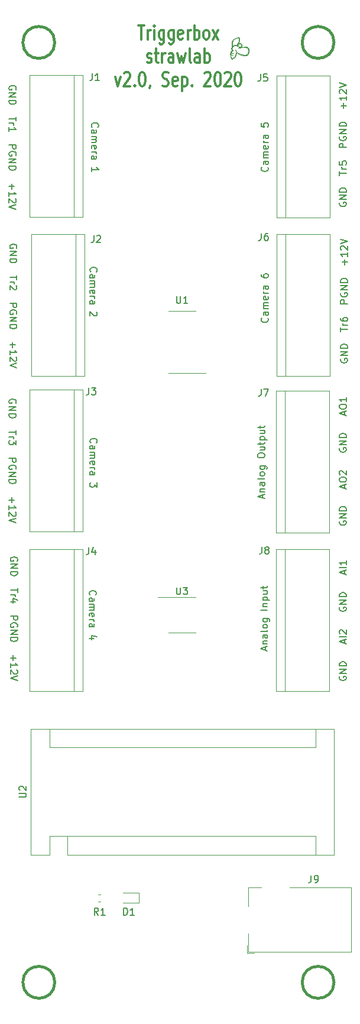
<source format=gto>
G04 #@! TF.GenerationSoftware,KiCad,Pcbnew,(5.1.4)-1*
G04 #@! TF.CreationDate,2020-09-21T14:40:53+02:00*
G04 #@! TF.ProjectId,triggerbox,74726967-6765-4726-926f-782e6b696361,rev?*
G04 #@! TF.SameCoordinates,Original*
G04 #@! TF.FileFunction,Legend,Top*
G04 #@! TF.FilePolarity,Positive*
%FSLAX46Y46*%
G04 Gerber Fmt 4.6, Leading zero omitted, Abs format (unit mm)*
G04 Created by KiCad (PCBNEW (5.1.4)-1) date 2020-09-21 14:40:53*
%MOMM*%
%LPD*%
G04 APERTURE LIST*
%ADD10C,0.150000*%
%ADD11C,0.304800*%
%ADD12C,0.120000*%
%ADD13C,0.381000*%
G04 APERTURE END LIST*
D10*
X59342857Y-108542857D02*
X59295238Y-108495238D01*
X59247619Y-108352380D01*
X59247619Y-108257142D01*
X59295238Y-108114285D01*
X59390476Y-108019047D01*
X59485714Y-107971428D01*
X59676190Y-107923809D01*
X59819047Y-107923809D01*
X60009523Y-107971428D01*
X60104761Y-108019047D01*
X60200000Y-108114285D01*
X60247619Y-108257142D01*
X60247619Y-108352380D01*
X60200000Y-108495238D01*
X60152380Y-108542857D01*
X59247619Y-109400000D02*
X59771428Y-109400000D01*
X59866666Y-109352380D01*
X59914285Y-109257142D01*
X59914285Y-109066666D01*
X59866666Y-108971428D01*
X59295238Y-109400000D02*
X59247619Y-109304761D01*
X59247619Y-109066666D01*
X59295238Y-108971428D01*
X59390476Y-108923809D01*
X59485714Y-108923809D01*
X59580952Y-108971428D01*
X59628571Y-109066666D01*
X59628571Y-109304761D01*
X59676190Y-109400000D01*
X59247619Y-109876190D02*
X59914285Y-109876190D01*
X59819047Y-109876190D02*
X59866666Y-109923809D01*
X59914285Y-110019047D01*
X59914285Y-110161904D01*
X59866666Y-110257142D01*
X59771428Y-110304761D01*
X59247619Y-110304761D01*
X59771428Y-110304761D02*
X59866666Y-110352380D01*
X59914285Y-110447619D01*
X59914285Y-110590476D01*
X59866666Y-110685714D01*
X59771428Y-110733333D01*
X59247619Y-110733333D01*
X59295238Y-111590476D02*
X59247619Y-111495238D01*
X59247619Y-111304761D01*
X59295238Y-111209523D01*
X59390476Y-111161904D01*
X59771428Y-111161904D01*
X59866666Y-111209523D01*
X59914285Y-111304761D01*
X59914285Y-111495238D01*
X59866666Y-111590476D01*
X59771428Y-111638095D01*
X59676190Y-111638095D01*
X59580952Y-111161904D01*
X59247619Y-112066666D02*
X59914285Y-112066666D01*
X59723809Y-112066666D02*
X59819047Y-112114285D01*
X59866666Y-112161904D01*
X59914285Y-112257142D01*
X59914285Y-112352380D01*
X59247619Y-113114285D02*
X59771428Y-113114285D01*
X59866666Y-113066666D01*
X59914285Y-112971428D01*
X59914285Y-112780952D01*
X59866666Y-112685714D01*
X59295238Y-113114285D02*
X59247619Y-113019047D01*
X59247619Y-112780952D01*
X59295238Y-112685714D01*
X59390476Y-112638095D01*
X59485714Y-112638095D01*
X59580952Y-112685714D01*
X59628571Y-112780952D01*
X59628571Y-113019047D01*
X59676190Y-113114285D01*
X59914285Y-114780952D02*
X59247619Y-114780952D01*
X60295238Y-114542857D02*
X59580952Y-114304761D01*
X59580952Y-114923809D01*
X59442857Y-86742857D02*
X59395238Y-86695238D01*
X59347619Y-86552380D01*
X59347619Y-86457142D01*
X59395238Y-86314285D01*
X59490476Y-86219047D01*
X59585714Y-86171428D01*
X59776190Y-86123809D01*
X59919047Y-86123809D01*
X60109523Y-86171428D01*
X60204761Y-86219047D01*
X60300000Y-86314285D01*
X60347619Y-86457142D01*
X60347619Y-86552380D01*
X60300000Y-86695238D01*
X60252380Y-86742857D01*
X59347619Y-87600000D02*
X59871428Y-87600000D01*
X59966666Y-87552380D01*
X60014285Y-87457142D01*
X60014285Y-87266666D01*
X59966666Y-87171428D01*
X59395238Y-87600000D02*
X59347619Y-87504761D01*
X59347619Y-87266666D01*
X59395238Y-87171428D01*
X59490476Y-87123809D01*
X59585714Y-87123809D01*
X59680952Y-87171428D01*
X59728571Y-87266666D01*
X59728571Y-87504761D01*
X59776190Y-87600000D01*
X59347619Y-88076190D02*
X60014285Y-88076190D01*
X59919047Y-88076190D02*
X59966666Y-88123809D01*
X60014285Y-88219047D01*
X60014285Y-88361904D01*
X59966666Y-88457142D01*
X59871428Y-88504761D01*
X59347619Y-88504761D01*
X59871428Y-88504761D02*
X59966666Y-88552380D01*
X60014285Y-88647619D01*
X60014285Y-88790476D01*
X59966666Y-88885714D01*
X59871428Y-88933333D01*
X59347619Y-88933333D01*
X59395238Y-89790476D02*
X59347619Y-89695238D01*
X59347619Y-89504761D01*
X59395238Y-89409523D01*
X59490476Y-89361904D01*
X59871428Y-89361904D01*
X59966666Y-89409523D01*
X60014285Y-89504761D01*
X60014285Y-89695238D01*
X59966666Y-89790476D01*
X59871428Y-89838095D01*
X59776190Y-89838095D01*
X59680952Y-89361904D01*
X59347619Y-90266666D02*
X60014285Y-90266666D01*
X59823809Y-90266666D02*
X59919047Y-90314285D01*
X59966666Y-90361904D01*
X60014285Y-90457142D01*
X60014285Y-90552380D01*
X59347619Y-91314285D02*
X59871428Y-91314285D01*
X59966666Y-91266666D01*
X60014285Y-91171428D01*
X60014285Y-90980952D01*
X59966666Y-90885714D01*
X59395238Y-91314285D02*
X59347619Y-91219047D01*
X59347619Y-90980952D01*
X59395238Y-90885714D01*
X59490476Y-90838095D01*
X59585714Y-90838095D01*
X59680952Y-90885714D01*
X59728571Y-90980952D01*
X59728571Y-91219047D01*
X59776190Y-91314285D01*
X60347619Y-92457142D02*
X60347619Y-93076190D01*
X59966666Y-92742857D01*
X59966666Y-92885714D01*
X59919047Y-92980952D01*
X59871428Y-93028571D01*
X59776190Y-93076190D01*
X59538095Y-93076190D01*
X59442857Y-93028571D01*
X59395238Y-92980952D01*
X59347619Y-92885714D01*
X59347619Y-92600000D01*
X59395238Y-92504761D01*
X59442857Y-92457142D01*
X59442857Y-62242857D02*
X59395238Y-62195238D01*
X59347619Y-62052380D01*
X59347619Y-61957142D01*
X59395238Y-61814285D01*
X59490476Y-61719047D01*
X59585714Y-61671428D01*
X59776190Y-61623809D01*
X59919047Y-61623809D01*
X60109523Y-61671428D01*
X60204761Y-61719047D01*
X60300000Y-61814285D01*
X60347619Y-61957142D01*
X60347619Y-62052380D01*
X60300000Y-62195238D01*
X60252380Y-62242857D01*
X59347619Y-63100000D02*
X59871428Y-63100000D01*
X59966666Y-63052380D01*
X60014285Y-62957142D01*
X60014285Y-62766666D01*
X59966666Y-62671428D01*
X59395238Y-63100000D02*
X59347619Y-63004761D01*
X59347619Y-62766666D01*
X59395238Y-62671428D01*
X59490476Y-62623809D01*
X59585714Y-62623809D01*
X59680952Y-62671428D01*
X59728571Y-62766666D01*
X59728571Y-63004761D01*
X59776190Y-63100000D01*
X59347619Y-63576190D02*
X60014285Y-63576190D01*
X59919047Y-63576190D02*
X59966666Y-63623809D01*
X60014285Y-63719047D01*
X60014285Y-63861904D01*
X59966666Y-63957142D01*
X59871428Y-64004761D01*
X59347619Y-64004761D01*
X59871428Y-64004761D02*
X59966666Y-64052380D01*
X60014285Y-64147619D01*
X60014285Y-64290476D01*
X59966666Y-64385714D01*
X59871428Y-64433333D01*
X59347619Y-64433333D01*
X59395238Y-65290476D02*
X59347619Y-65195238D01*
X59347619Y-65004761D01*
X59395238Y-64909523D01*
X59490476Y-64861904D01*
X59871428Y-64861904D01*
X59966666Y-64909523D01*
X60014285Y-65004761D01*
X60014285Y-65195238D01*
X59966666Y-65290476D01*
X59871428Y-65338095D01*
X59776190Y-65338095D01*
X59680952Y-64861904D01*
X59347619Y-65766666D02*
X60014285Y-65766666D01*
X59823809Y-65766666D02*
X59919047Y-65814285D01*
X59966666Y-65861904D01*
X60014285Y-65957142D01*
X60014285Y-66052380D01*
X59347619Y-66814285D02*
X59871428Y-66814285D01*
X59966666Y-66766666D01*
X60014285Y-66671428D01*
X60014285Y-66480952D01*
X59966666Y-66385714D01*
X59395238Y-66814285D02*
X59347619Y-66719047D01*
X59347619Y-66480952D01*
X59395238Y-66385714D01*
X59490476Y-66338095D01*
X59585714Y-66338095D01*
X59680952Y-66385714D01*
X59728571Y-66480952D01*
X59728571Y-66719047D01*
X59776190Y-66814285D01*
X60252380Y-68004761D02*
X60300000Y-68052380D01*
X60347619Y-68147619D01*
X60347619Y-68385714D01*
X60300000Y-68480952D01*
X60252380Y-68528571D01*
X60157142Y-68576190D01*
X60061904Y-68576190D01*
X59919047Y-68528571D01*
X59347619Y-67957142D01*
X59347619Y-68576190D01*
X48900000Y-103661904D02*
X48947619Y-103566666D01*
X48947619Y-103423809D01*
X48900000Y-103280952D01*
X48804761Y-103185714D01*
X48709523Y-103138095D01*
X48519047Y-103090476D01*
X48376190Y-103090476D01*
X48185714Y-103138095D01*
X48090476Y-103185714D01*
X47995238Y-103280952D01*
X47947619Y-103423809D01*
X47947619Y-103519047D01*
X47995238Y-103661904D01*
X48042857Y-103709523D01*
X48376190Y-103709523D01*
X48376190Y-103519047D01*
X47947619Y-104138095D02*
X48947619Y-104138095D01*
X47947619Y-104709523D01*
X48947619Y-104709523D01*
X47947619Y-105185714D02*
X48947619Y-105185714D01*
X48947619Y-105423809D01*
X48900000Y-105566666D01*
X48804761Y-105661904D01*
X48709523Y-105709523D01*
X48519047Y-105757142D01*
X48376190Y-105757142D01*
X48185714Y-105709523D01*
X48090476Y-105661904D01*
X47995238Y-105566666D01*
X47947619Y-105423809D01*
X47947619Y-105185714D01*
X48947619Y-107566666D02*
X48947619Y-108138095D01*
X47947619Y-107852380D02*
X48947619Y-107852380D01*
X47947619Y-108471428D02*
X48614285Y-108471428D01*
X48423809Y-108471428D02*
X48519047Y-108519047D01*
X48566666Y-108566666D01*
X48614285Y-108661904D01*
X48614285Y-108757142D01*
X48614285Y-109519047D02*
X47947619Y-109519047D01*
X48995238Y-109280952D02*
X48280952Y-109042857D01*
X48280952Y-109661904D01*
X47947619Y-111566666D02*
X48947619Y-111566666D01*
X48947619Y-111947619D01*
X48900000Y-112042857D01*
X48852380Y-112090476D01*
X48757142Y-112138095D01*
X48614285Y-112138095D01*
X48519047Y-112090476D01*
X48471428Y-112042857D01*
X48423809Y-111947619D01*
X48423809Y-111566666D01*
X48900000Y-113090476D02*
X48947619Y-112995238D01*
X48947619Y-112852380D01*
X48900000Y-112709523D01*
X48804761Y-112614285D01*
X48709523Y-112566666D01*
X48519047Y-112519047D01*
X48376190Y-112519047D01*
X48185714Y-112566666D01*
X48090476Y-112614285D01*
X47995238Y-112709523D01*
X47947619Y-112852380D01*
X47947619Y-112947619D01*
X47995238Y-113090476D01*
X48042857Y-113138095D01*
X48376190Y-113138095D01*
X48376190Y-112947619D01*
X47947619Y-113566666D02*
X48947619Y-113566666D01*
X47947619Y-114138095D01*
X48947619Y-114138095D01*
X47947619Y-114614285D02*
X48947619Y-114614285D01*
X48947619Y-114852380D01*
X48900000Y-114995238D01*
X48804761Y-115090476D01*
X48709523Y-115138095D01*
X48519047Y-115185714D01*
X48376190Y-115185714D01*
X48185714Y-115138095D01*
X48090476Y-115090476D01*
X47995238Y-114995238D01*
X47947619Y-114852380D01*
X47947619Y-114614285D01*
X48328571Y-117138095D02*
X48328571Y-117900000D01*
X47947619Y-117519047D02*
X48709523Y-117519047D01*
X47947619Y-118900000D02*
X47947619Y-118328571D01*
X47947619Y-118614285D02*
X48947619Y-118614285D01*
X48804761Y-118519047D01*
X48709523Y-118423809D01*
X48661904Y-118328571D01*
X48852380Y-119280952D02*
X48900000Y-119328571D01*
X48947619Y-119423809D01*
X48947619Y-119661904D01*
X48900000Y-119757142D01*
X48852380Y-119804761D01*
X48757142Y-119852380D01*
X48661904Y-119852380D01*
X48519047Y-119804761D01*
X47947619Y-119233333D01*
X47947619Y-119852380D01*
X48947619Y-120138095D02*
X47947619Y-120471428D01*
X48947619Y-120804761D01*
X48700000Y-81061904D02*
X48747619Y-80966666D01*
X48747619Y-80823809D01*
X48700000Y-80680952D01*
X48604761Y-80585714D01*
X48509523Y-80538095D01*
X48319047Y-80490476D01*
X48176190Y-80490476D01*
X47985714Y-80538095D01*
X47890476Y-80585714D01*
X47795238Y-80680952D01*
X47747619Y-80823809D01*
X47747619Y-80919047D01*
X47795238Y-81061904D01*
X47842857Y-81109523D01*
X48176190Y-81109523D01*
X48176190Y-80919047D01*
X47747619Y-81538095D02*
X48747619Y-81538095D01*
X47747619Y-82109523D01*
X48747619Y-82109523D01*
X47747619Y-82585714D02*
X48747619Y-82585714D01*
X48747619Y-82823809D01*
X48700000Y-82966666D01*
X48604761Y-83061904D01*
X48509523Y-83109523D01*
X48319047Y-83157142D01*
X48176190Y-83157142D01*
X47985714Y-83109523D01*
X47890476Y-83061904D01*
X47795238Y-82966666D01*
X47747619Y-82823809D01*
X47747619Y-82585714D01*
X48747619Y-84966666D02*
X48747619Y-85538095D01*
X47747619Y-85252380D02*
X48747619Y-85252380D01*
X47747619Y-85871428D02*
X48414285Y-85871428D01*
X48223809Y-85871428D02*
X48319047Y-85919047D01*
X48366666Y-85966666D01*
X48414285Y-86061904D01*
X48414285Y-86157142D01*
X48747619Y-86395238D02*
X48747619Y-87014285D01*
X48366666Y-86680952D01*
X48366666Y-86823809D01*
X48319047Y-86919047D01*
X48271428Y-86966666D01*
X48176190Y-87014285D01*
X47938095Y-87014285D01*
X47842857Y-86966666D01*
X47795238Y-86919047D01*
X47747619Y-86823809D01*
X47747619Y-86538095D01*
X47795238Y-86442857D01*
X47842857Y-86395238D01*
X47747619Y-88966666D02*
X48747619Y-88966666D01*
X48747619Y-89347619D01*
X48700000Y-89442857D01*
X48652380Y-89490476D01*
X48557142Y-89538095D01*
X48414285Y-89538095D01*
X48319047Y-89490476D01*
X48271428Y-89442857D01*
X48223809Y-89347619D01*
X48223809Y-88966666D01*
X48700000Y-90490476D02*
X48747619Y-90395238D01*
X48747619Y-90252380D01*
X48700000Y-90109523D01*
X48604761Y-90014285D01*
X48509523Y-89966666D01*
X48319047Y-89919047D01*
X48176190Y-89919047D01*
X47985714Y-89966666D01*
X47890476Y-90014285D01*
X47795238Y-90109523D01*
X47747619Y-90252380D01*
X47747619Y-90347619D01*
X47795238Y-90490476D01*
X47842857Y-90538095D01*
X48176190Y-90538095D01*
X48176190Y-90347619D01*
X47747619Y-90966666D02*
X48747619Y-90966666D01*
X47747619Y-91538095D01*
X48747619Y-91538095D01*
X47747619Y-92014285D02*
X48747619Y-92014285D01*
X48747619Y-92252380D01*
X48700000Y-92395238D01*
X48604761Y-92490476D01*
X48509523Y-92538095D01*
X48319047Y-92585714D01*
X48176190Y-92585714D01*
X47985714Y-92538095D01*
X47890476Y-92490476D01*
X47795238Y-92395238D01*
X47747619Y-92252380D01*
X47747619Y-92014285D01*
X48128571Y-94538095D02*
X48128571Y-95300000D01*
X47747619Y-94919047D02*
X48509523Y-94919047D01*
X47747619Y-96300000D02*
X47747619Y-95728571D01*
X47747619Y-96014285D02*
X48747619Y-96014285D01*
X48604761Y-95919047D01*
X48509523Y-95823809D01*
X48461904Y-95728571D01*
X48652380Y-96680952D02*
X48700000Y-96728571D01*
X48747619Y-96823809D01*
X48747619Y-97061904D01*
X48700000Y-97157142D01*
X48652380Y-97204761D01*
X48557142Y-97252380D01*
X48461904Y-97252380D01*
X48319047Y-97204761D01*
X47747619Y-96633333D01*
X47747619Y-97252380D01*
X48747619Y-97538095D02*
X47747619Y-97871428D01*
X48747619Y-98204761D01*
X48800000Y-58861904D02*
X48847619Y-58766666D01*
X48847619Y-58623809D01*
X48800000Y-58480952D01*
X48704761Y-58385714D01*
X48609523Y-58338095D01*
X48419047Y-58290476D01*
X48276190Y-58290476D01*
X48085714Y-58338095D01*
X47990476Y-58385714D01*
X47895238Y-58480952D01*
X47847619Y-58623809D01*
X47847619Y-58719047D01*
X47895238Y-58861904D01*
X47942857Y-58909523D01*
X48276190Y-58909523D01*
X48276190Y-58719047D01*
X47847619Y-59338095D02*
X48847619Y-59338095D01*
X47847619Y-59909523D01*
X48847619Y-59909523D01*
X47847619Y-60385714D02*
X48847619Y-60385714D01*
X48847619Y-60623809D01*
X48800000Y-60766666D01*
X48704761Y-60861904D01*
X48609523Y-60909523D01*
X48419047Y-60957142D01*
X48276190Y-60957142D01*
X48085714Y-60909523D01*
X47990476Y-60861904D01*
X47895238Y-60766666D01*
X47847619Y-60623809D01*
X47847619Y-60385714D01*
X48847619Y-62766666D02*
X48847619Y-63338095D01*
X47847619Y-63052380D02*
X48847619Y-63052380D01*
X47847619Y-63671428D02*
X48514285Y-63671428D01*
X48323809Y-63671428D02*
X48419047Y-63719047D01*
X48466666Y-63766666D01*
X48514285Y-63861904D01*
X48514285Y-63957142D01*
X48752380Y-64242857D02*
X48800000Y-64290476D01*
X48847619Y-64385714D01*
X48847619Y-64623809D01*
X48800000Y-64719047D01*
X48752380Y-64766666D01*
X48657142Y-64814285D01*
X48561904Y-64814285D01*
X48419047Y-64766666D01*
X47847619Y-64195238D01*
X47847619Y-64814285D01*
X47847619Y-66766666D02*
X48847619Y-66766666D01*
X48847619Y-67147619D01*
X48800000Y-67242857D01*
X48752380Y-67290476D01*
X48657142Y-67338095D01*
X48514285Y-67338095D01*
X48419047Y-67290476D01*
X48371428Y-67242857D01*
X48323809Y-67147619D01*
X48323809Y-66766666D01*
X48800000Y-68290476D02*
X48847619Y-68195238D01*
X48847619Y-68052380D01*
X48800000Y-67909523D01*
X48704761Y-67814285D01*
X48609523Y-67766666D01*
X48419047Y-67719047D01*
X48276190Y-67719047D01*
X48085714Y-67766666D01*
X47990476Y-67814285D01*
X47895238Y-67909523D01*
X47847619Y-68052380D01*
X47847619Y-68147619D01*
X47895238Y-68290476D01*
X47942857Y-68338095D01*
X48276190Y-68338095D01*
X48276190Y-68147619D01*
X47847619Y-68766666D02*
X48847619Y-68766666D01*
X47847619Y-69338095D01*
X48847619Y-69338095D01*
X47847619Y-69814285D02*
X48847619Y-69814285D01*
X48847619Y-70052380D01*
X48800000Y-70195238D01*
X48704761Y-70290476D01*
X48609523Y-70338095D01*
X48419047Y-70385714D01*
X48276190Y-70385714D01*
X48085714Y-70338095D01*
X47990476Y-70290476D01*
X47895238Y-70195238D01*
X47847619Y-70052380D01*
X47847619Y-69814285D01*
X48228571Y-72338095D02*
X48228571Y-73100000D01*
X47847619Y-72719047D02*
X48609523Y-72719047D01*
X47847619Y-74100000D02*
X47847619Y-73528571D01*
X47847619Y-73814285D02*
X48847619Y-73814285D01*
X48704761Y-73719047D01*
X48609523Y-73623809D01*
X48561904Y-73528571D01*
X48752380Y-74480952D02*
X48800000Y-74528571D01*
X48847619Y-74623809D01*
X48847619Y-74861904D01*
X48800000Y-74957142D01*
X48752380Y-75004761D01*
X48657142Y-75052380D01*
X48561904Y-75052380D01*
X48419047Y-75004761D01*
X47847619Y-74433333D01*
X47847619Y-75052380D01*
X48847619Y-75338095D02*
X47847619Y-75671428D01*
X48847619Y-76004761D01*
X84757142Y-68857142D02*
X84804761Y-68904761D01*
X84852380Y-69047619D01*
X84852380Y-69142857D01*
X84804761Y-69285714D01*
X84709523Y-69380952D01*
X84614285Y-69428571D01*
X84423809Y-69476190D01*
X84280952Y-69476190D01*
X84090476Y-69428571D01*
X83995238Y-69380952D01*
X83900000Y-69285714D01*
X83852380Y-69142857D01*
X83852380Y-69047619D01*
X83900000Y-68904761D01*
X83947619Y-68857142D01*
X84852380Y-68000000D02*
X84328571Y-68000000D01*
X84233333Y-68047619D01*
X84185714Y-68142857D01*
X84185714Y-68333333D01*
X84233333Y-68428571D01*
X84804761Y-68000000D02*
X84852380Y-68095238D01*
X84852380Y-68333333D01*
X84804761Y-68428571D01*
X84709523Y-68476190D01*
X84614285Y-68476190D01*
X84519047Y-68428571D01*
X84471428Y-68333333D01*
X84471428Y-68095238D01*
X84423809Y-68000000D01*
X84852380Y-67523809D02*
X84185714Y-67523809D01*
X84280952Y-67523809D02*
X84233333Y-67476190D01*
X84185714Y-67380952D01*
X84185714Y-67238095D01*
X84233333Y-67142857D01*
X84328571Y-67095238D01*
X84852380Y-67095238D01*
X84328571Y-67095238D02*
X84233333Y-67047619D01*
X84185714Y-66952380D01*
X84185714Y-66809523D01*
X84233333Y-66714285D01*
X84328571Y-66666666D01*
X84852380Y-66666666D01*
X84804761Y-65809523D02*
X84852380Y-65904761D01*
X84852380Y-66095238D01*
X84804761Y-66190476D01*
X84709523Y-66238095D01*
X84328571Y-66238095D01*
X84233333Y-66190476D01*
X84185714Y-66095238D01*
X84185714Y-65904761D01*
X84233333Y-65809523D01*
X84328571Y-65761904D01*
X84423809Y-65761904D01*
X84519047Y-66238095D01*
X84852380Y-65333333D02*
X84185714Y-65333333D01*
X84376190Y-65333333D02*
X84280952Y-65285714D01*
X84233333Y-65238095D01*
X84185714Y-65142857D01*
X84185714Y-65047619D01*
X84852380Y-64285714D02*
X84328571Y-64285714D01*
X84233333Y-64333333D01*
X84185714Y-64428571D01*
X84185714Y-64619047D01*
X84233333Y-64714285D01*
X84804761Y-64285714D02*
X84852380Y-64380952D01*
X84852380Y-64619047D01*
X84804761Y-64714285D01*
X84709523Y-64761904D01*
X84614285Y-64761904D01*
X84519047Y-64714285D01*
X84471428Y-64619047D01*
X84471428Y-64380952D01*
X84423809Y-64285714D01*
X83852380Y-62619047D02*
X83852380Y-62809523D01*
X83900000Y-62904761D01*
X83947619Y-62952380D01*
X84090476Y-63047619D01*
X84280952Y-63095238D01*
X84661904Y-63095238D01*
X84757142Y-63047619D01*
X84804761Y-63000000D01*
X84852380Y-62904761D01*
X84852380Y-62714285D01*
X84804761Y-62619047D01*
X84757142Y-62571428D01*
X84661904Y-62523809D01*
X84423809Y-62523809D01*
X84328571Y-62571428D01*
X84280952Y-62619047D01*
X84233333Y-62714285D01*
X84233333Y-62904761D01*
X84280952Y-63000000D01*
X84328571Y-63047619D01*
X84423809Y-63095238D01*
X95260000Y-74718095D02*
X95212380Y-74813333D01*
X95212380Y-74956190D01*
X95260000Y-75099047D01*
X95355238Y-75194285D01*
X95450476Y-75241904D01*
X95640952Y-75289523D01*
X95783809Y-75289523D01*
X95974285Y-75241904D01*
X96069523Y-75194285D01*
X96164761Y-75099047D01*
X96212380Y-74956190D01*
X96212380Y-74860952D01*
X96164761Y-74718095D01*
X96117142Y-74670476D01*
X95783809Y-74670476D01*
X95783809Y-74860952D01*
X96212380Y-74241904D02*
X95212380Y-74241904D01*
X96212380Y-73670476D01*
X95212380Y-73670476D01*
X96212380Y-73194285D02*
X95212380Y-73194285D01*
X95212380Y-72956190D01*
X95260000Y-72813333D01*
X95355238Y-72718095D01*
X95450476Y-72670476D01*
X95640952Y-72622857D01*
X95783809Y-72622857D01*
X95974285Y-72670476D01*
X96069523Y-72718095D01*
X96164761Y-72813333D01*
X96212380Y-72956190D01*
X96212380Y-73194285D01*
X95212380Y-70813333D02*
X95212380Y-70241904D01*
X96212380Y-70527619D02*
X95212380Y-70527619D01*
X96212380Y-69908571D02*
X95545714Y-69908571D01*
X95736190Y-69908571D02*
X95640952Y-69860952D01*
X95593333Y-69813333D01*
X95545714Y-69718095D01*
X95545714Y-69622857D01*
X95212380Y-68860952D02*
X95212380Y-69051428D01*
X95260000Y-69146666D01*
X95307619Y-69194285D01*
X95450476Y-69289523D01*
X95640952Y-69337142D01*
X96021904Y-69337142D01*
X96117142Y-69289523D01*
X96164761Y-69241904D01*
X96212380Y-69146666D01*
X96212380Y-68956190D01*
X96164761Y-68860952D01*
X96117142Y-68813333D01*
X96021904Y-68765714D01*
X95783809Y-68765714D01*
X95688571Y-68813333D01*
X95640952Y-68860952D01*
X95593333Y-68956190D01*
X95593333Y-69146666D01*
X95640952Y-69241904D01*
X95688571Y-69289523D01*
X95783809Y-69337142D01*
X96212380Y-66813333D02*
X95212380Y-66813333D01*
X95212380Y-66432380D01*
X95260000Y-66337142D01*
X95307619Y-66289523D01*
X95402857Y-66241904D01*
X95545714Y-66241904D01*
X95640952Y-66289523D01*
X95688571Y-66337142D01*
X95736190Y-66432380D01*
X95736190Y-66813333D01*
X95260000Y-65289523D02*
X95212380Y-65384761D01*
X95212380Y-65527619D01*
X95260000Y-65670476D01*
X95355238Y-65765714D01*
X95450476Y-65813333D01*
X95640952Y-65860952D01*
X95783809Y-65860952D01*
X95974285Y-65813333D01*
X96069523Y-65765714D01*
X96164761Y-65670476D01*
X96212380Y-65527619D01*
X96212380Y-65432380D01*
X96164761Y-65289523D01*
X96117142Y-65241904D01*
X95783809Y-65241904D01*
X95783809Y-65432380D01*
X96212380Y-64813333D02*
X95212380Y-64813333D01*
X96212380Y-64241904D01*
X95212380Y-64241904D01*
X96212380Y-63765714D02*
X95212380Y-63765714D01*
X95212380Y-63527619D01*
X95260000Y-63384761D01*
X95355238Y-63289523D01*
X95450476Y-63241904D01*
X95640952Y-63194285D01*
X95783809Y-63194285D01*
X95974285Y-63241904D01*
X96069523Y-63289523D01*
X96164761Y-63384761D01*
X96212380Y-63527619D01*
X96212380Y-63765714D01*
X95831428Y-61241904D02*
X95831428Y-60480000D01*
X96212380Y-60860952D02*
X95450476Y-60860952D01*
X96212380Y-59480000D02*
X96212380Y-60051428D01*
X96212380Y-59765714D02*
X95212380Y-59765714D01*
X95355238Y-59860952D01*
X95450476Y-59956190D01*
X95498095Y-60051428D01*
X95307619Y-59099047D02*
X95260000Y-59051428D01*
X95212380Y-58956190D01*
X95212380Y-58718095D01*
X95260000Y-58622857D01*
X95307619Y-58575238D01*
X95402857Y-58527619D01*
X95498095Y-58527619D01*
X95640952Y-58575238D01*
X96212380Y-59146666D01*
X96212380Y-58527619D01*
X95212380Y-58241904D02*
X96212380Y-57908571D01*
X95212380Y-57575238D01*
X84757142Y-47257142D02*
X84804761Y-47304761D01*
X84852380Y-47447619D01*
X84852380Y-47542857D01*
X84804761Y-47685714D01*
X84709523Y-47780952D01*
X84614285Y-47828571D01*
X84423809Y-47876190D01*
X84280952Y-47876190D01*
X84090476Y-47828571D01*
X83995238Y-47780952D01*
X83900000Y-47685714D01*
X83852380Y-47542857D01*
X83852380Y-47447619D01*
X83900000Y-47304761D01*
X83947619Y-47257142D01*
X84852380Y-46400000D02*
X84328571Y-46400000D01*
X84233333Y-46447619D01*
X84185714Y-46542857D01*
X84185714Y-46733333D01*
X84233333Y-46828571D01*
X84804761Y-46400000D02*
X84852380Y-46495238D01*
X84852380Y-46733333D01*
X84804761Y-46828571D01*
X84709523Y-46876190D01*
X84614285Y-46876190D01*
X84519047Y-46828571D01*
X84471428Y-46733333D01*
X84471428Y-46495238D01*
X84423809Y-46400000D01*
X84852380Y-45923809D02*
X84185714Y-45923809D01*
X84280952Y-45923809D02*
X84233333Y-45876190D01*
X84185714Y-45780952D01*
X84185714Y-45638095D01*
X84233333Y-45542857D01*
X84328571Y-45495238D01*
X84852380Y-45495238D01*
X84328571Y-45495238D02*
X84233333Y-45447619D01*
X84185714Y-45352380D01*
X84185714Y-45209523D01*
X84233333Y-45114285D01*
X84328571Y-45066666D01*
X84852380Y-45066666D01*
X84804761Y-44209523D02*
X84852380Y-44304761D01*
X84852380Y-44495238D01*
X84804761Y-44590476D01*
X84709523Y-44638095D01*
X84328571Y-44638095D01*
X84233333Y-44590476D01*
X84185714Y-44495238D01*
X84185714Y-44304761D01*
X84233333Y-44209523D01*
X84328571Y-44161904D01*
X84423809Y-44161904D01*
X84519047Y-44638095D01*
X84852380Y-43733333D02*
X84185714Y-43733333D01*
X84376190Y-43733333D02*
X84280952Y-43685714D01*
X84233333Y-43638095D01*
X84185714Y-43542857D01*
X84185714Y-43447619D01*
X84852380Y-42685714D02*
X84328571Y-42685714D01*
X84233333Y-42733333D01*
X84185714Y-42828571D01*
X84185714Y-43019047D01*
X84233333Y-43114285D01*
X84804761Y-42685714D02*
X84852380Y-42780952D01*
X84852380Y-43019047D01*
X84804761Y-43114285D01*
X84709523Y-43161904D01*
X84614285Y-43161904D01*
X84519047Y-43114285D01*
X84471428Y-43019047D01*
X84471428Y-42780952D01*
X84423809Y-42685714D01*
X83852380Y-40971428D02*
X83852380Y-41447619D01*
X84328571Y-41495238D01*
X84280952Y-41447619D01*
X84233333Y-41352380D01*
X84233333Y-41114285D01*
X84280952Y-41019047D01*
X84328571Y-40971428D01*
X84423809Y-40923809D01*
X84661904Y-40923809D01*
X84757142Y-40971428D01*
X84804761Y-41019047D01*
X84852380Y-41114285D01*
X84852380Y-41352380D01*
X84804761Y-41447619D01*
X84757142Y-41495238D01*
X59642857Y-41542857D02*
X59595238Y-41495238D01*
X59547619Y-41352380D01*
X59547619Y-41257142D01*
X59595238Y-41114285D01*
X59690476Y-41019047D01*
X59785714Y-40971428D01*
X59976190Y-40923809D01*
X60119047Y-40923809D01*
X60309523Y-40971428D01*
X60404761Y-41019047D01*
X60500000Y-41114285D01*
X60547619Y-41257142D01*
X60547619Y-41352380D01*
X60500000Y-41495238D01*
X60452380Y-41542857D01*
X59547619Y-42400000D02*
X60071428Y-42400000D01*
X60166666Y-42352380D01*
X60214285Y-42257142D01*
X60214285Y-42066666D01*
X60166666Y-41971428D01*
X59595238Y-42400000D02*
X59547619Y-42304761D01*
X59547619Y-42066666D01*
X59595238Y-41971428D01*
X59690476Y-41923809D01*
X59785714Y-41923809D01*
X59880952Y-41971428D01*
X59928571Y-42066666D01*
X59928571Y-42304761D01*
X59976190Y-42400000D01*
X59547619Y-42876190D02*
X60214285Y-42876190D01*
X60119047Y-42876190D02*
X60166666Y-42923809D01*
X60214285Y-43019047D01*
X60214285Y-43161904D01*
X60166666Y-43257142D01*
X60071428Y-43304761D01*
X59547619Y-43304761D01*
X60071428Y-43304761D02*
X60166666Y-43352380D01*
X60214285Y-43447619D01*
X60214285Y-43590476D01*
X60166666Y-43685714D01*
X60071428Y-43733333D01*
X59547619Y-43733333D01*
X59595238Y-44590476D02*
X59547619Y-44495238D01*
X59547619Y-44304761D01*
X59595238Y-44209523D01*
X59690476Y-44161904D01*
X60071428Y-44161904D01*
X60166666Y-44209523D01*
X60214285Y-44304761D01*
X60214285Y-44495238D01*
X60166666Y-44590476D01*
X60071428Y-44638095D01*
X59976190Y-44638095D01*
X59880952Y-44161904D01*
X59547619Y-45066666D02*
X60214285Y-45066666D01*
X60023809Y-45066666D02*
X60119047Y-45114285D01*
X60166666Y-45161904D01*
X60214285Y-45257142D01*
X60214285Y-45352380D01*
X59547619Y-46114285D02*
X60071428Y-46114285D01*
X60166666Y-46066666D01*
X60214285Y-45971428D01*
X60214285Y-45780952D01*
X60166666Y-45685714D01*
X59595238Y-46114285D02*
X59547619Y-46019047D01*
X59547619Y-45780952D01*
X59595238Y-45685714D01*
X59690476Y-45638095D01*
X59785714Y-45638095D01*
X59880952Y-45685714D01*
X59928571Y-45780952D01*
X59928571Y-46019047D01*
X59976190Y-46114285D01*
X59547619Y-47876190D02*
X59547619Y-47304761D01*
X59547619Y-47590476D02*
X60547619Y-47590476D01*
X60404761Y-47495238D01*
X60309523Y-47400000D01*
X60261904Y-47304761D01*
X84466666Y-116471428D02*
X84466666Y-115995238D01*
X84752380Y-116566666D02*
X83752380Y-116233333D01*
X84752380Y-115900000D01*
X84085714Y-115566666D02*
X84752380Y-115566666D01*
X84180952Y-115566666D02*
X84133333Y-115519047D01*
X84085714Y-115423809D01*
X84085714Y-115280952D01*
X84133333Y-115185714D01*
X84228571Y-115138095D01*
X84752380Y-115138095D01*
X84752380Y-114233333D02*
X84228571Y-114233333D01*
X84133333Y-114280952D01*
X84085714Y-114376190D01*
X84085714Y-114566666D01*
X84133333Y-114661904D01*
X84704761Y-114233333D02*
X84752380Y-114328571D01*
X84752380Y-114566666D01*
X84704761Y-114661904D01*
X84609523Y-114709523D01*
X84514285Y-114709523D01*
X84419047Y-114661904D01*
X84371428Y-114566666D01*
X84371428Y-114328571D01*
X84323809Y-114233333D01*
X84752380Y-113614285D02*
X84704761Y-113709523D01*
X84609523Y-113757142D01*
X83752380Y-113757142D01*
X84752380Y-113090476D02*
X84704761Y-113185714D01*
X84657142Y-113233333D01*
X84561904Y-113280952D01*
X84276190Y-113280952D01*
X84180952Y-113233333D01*
X84133333Y-113185714D01*
X84085714Y-113090476D01*
X84085714Y-112947619D01*
X84133333Y-112852380D01*
X84180952Y-112804761D01*
X84276190Y-112757142D01*
X84561904Y-112757142D01*
X84657142Y-112804761D01*
X84704761Y-112852380D01*
X84752380Y-112947619D01*
X84752380Y-113090476D01*
X84085714Y-111900000D02*
X84895238Y-111900000D01*
X84990476Y-111947619D01*
X85038095Y-111995238D01*
X85085714Y-112090476D01*
X85085714Y-112233333D01*
X85038095Y-112328571D01*
X84704761Y-111900000D02*
X84752380Y-111995238D01*
X84752380Y-112185714D01*
X84704761Y-112280952D01*
X84657142Y-112328571D01*
X84561904Y-112376190D01*
X84276190Y-112376190D01*
X84180952Y-112328571D01*
X84133333Y-112280952D01*
X84085714Y-112185714D01*
X84085714Y-111995238D01*
X84133333Y-111900000D01*
X84752380Y-110661904D02*
X83752380Y-110661904D01*
X84085714Y-110185714D02*
X84752380Y-110185714D01*
X84180952Y-110185714D02*
X84133333Y-110138095D01*
X84085714Y-110042857D01*
X84085714Y-109900000D01*
X84133333Y-109804761D01*
X84228571Y-109757142D01*
X84752380Y-109757142D01*
X84085714Y-109280952D02*
X85085714Y-109280952D01*
X84133333Y-109280952D02*
X84085714Y-109185714D01*
X84085714Y-108995238D01*
X84133333Y-108900000D01*
X84180952Y-108852380D01*
X84276190Y-108804761D01*
X84561904Y-108804761D01*
X84657142Y-108852380D01*
X84704761Y-108900000D01*
X84752380Y-108995238D01*
X84752380Y-109185714D01*
X84704761Y-109280952D01*
X84085714Y-107947619D02*
X84752380Y-107947619D01*
X84085714Y-108376190D02*
X84609523Y-108376190D01*
X84704761Y-108328571D01*
X84752380Y-108233333D01*
X84752380Y-108090476D01*
X84704761Y-107995238D01*
X84657142Y-107947619D01*
X84085714Y-107614285D02*
X84085714Y-107233333D01*
X83752380Y-107471428D02*
X84609523Y-107471428D01*
X84704761Y-107423809D01*
X84752380Y-107328571D01*
X84752380Y-107233333D01*
X84066666Y-94642857D02*
X84066666Y-94166666D01*
X84352380Y-94738095D02*
X83352380Y-94404761D01*
X84352380Y-94071428D01*
X83685714Y-93738095D02*
X84352380Y-93738095D01*
X83780952Y-93738095D02*
X83733333Y-93690476D01*
X83685714Y-93595238D01*
X83685714Y-93452380D01*
X83733333Y-93357142D01*
X83828571Y-93309523D01*
X84352380Y-93309523D01*
X84352380Y-92404761D02*
X83828571Y-92404761D01*
X83733333Y-92452380D01*
X83685714Y-92547619D01*
X83685714Y-92738095D01*
X83733333Y-92833333D01*
X84304761Y-92404761D02*
X84352380Y-92500000D01*
X84352380Y-92738095D01*
X84304761Y-92833333D01*
X84209523Y-92880952D01*
X84114285Y-92880952D01*
X84019047Y-92833333D01*
X83971428Y-92738095D01*
X83971428Y-92500000D01*
X83923809Y-92404761D01*
X84352380Y-91785714D02*
X84304761Y-91880952D01*
X84209523Y-91928571D01*
X83352380Y-91928571D01*
X84352380Y-91261904D02*
X84304761Y-91357142D01*
X84257142Y-91404761D01*
X84161904Y-91452380D01*
X83876190Y-91452380D01*
X83780952Y-91404761D01*
X83733333Y-91357142D01*
X83685714Y-91261904D01*
X83685714Y-91119047D01*
X83733333Y-91023809D01*
X83780952Y-90976190D01*
X83876190Y-90928571D01*
X84161904Y-90928571D01*
X84257142Y-90976190D01*
X84304761Y-91023809D01*
X84352380Y-91119047D01*
X84352380Y-91261904D01*
X83685714Y-90071428D02*
X84495238Y-90071428D01*
X84590476Y-90119047D01*
X84638095Y-90166666D01*
X84685714Y-90261904D01*
X84685714Y-90404761D01*
X84638095Y-90500000D01*
X84304761Y-90071428D02*
X84352380Y-90166666D01*
X84352380Y-90357142D01*
X84304761Y-90452380D01*
X84257142Y-90500000D01*
X84161904Y-90547619D01*
X83876190Y-90547619D01*
X83780952Y-90500000D01*
X83733333Y-90452380D01*
X83685714Y-90357142D01*
X83685714Y-90166666D01*
X83733333Y-90071428D01*
X83352380Y-88642857D02*
X83352380Y-88452380D01*
X83400000Y-88357142D01*
X83495238Y-88261904D01*
X83685714Y-88214285D01*
X84019047Y-88214285D01*
X84209523Y-88261904D01*
X84304761Y-88357142D01*
X84352380Y-88452380D01*
X84352380Y-88642857D01*
X84304761Y-88738095D01*
X84209523Y-88833333D01*
X84019047Y-88880952D01*
X83685714Y-88880952D01*
X83495238Y-88833333D01*
X83400000Y-88738095D01*
X83352380Y-88642857D01*
X83685714Y-87357142D02*
X84352380Y-87357142D01*
X83685714Y-87785714D02*
X84209523Y-87785714D01*
X84304761Y-87738095D01*
X84352380Y-87642857D01*
X84352380Y-87500000D01*
X84304761Y-87404761D01*
X84257142Y-87357142D01*
X83685714Y-87023809D02*
X83685714Y-86642857D01*
X83352380Y-86880952D02*
X84209523Y-86880952D01*
X84304761Y-86833333D01*
X84352380Y-86738095D01*
X84352380Y-86642857D01*
X83685714Y-86309523D02*
X84685714Y-86309523D01*
X83733333Y-86309523D02*
X83685714Y-86214285D01*
X83685714Y-86023809D01*
X83733333Y-85928571D01*
X83780952Y-85880952D01*
X83876190Y-85833333D01*
X84161904Y-85833333D01*
X84257142Y-85880952D01*
X84304761Y-85928571D01*
X84352380Y-86023809D01*
X84352380Y-86214285D01*
X84304761Y-86309523D01*
X83685714Y-84976190D02*
X84352380Y-84976190D01*
X83685714Y-85404761D02*
X84209523Y-85404761D01*
X84304761Y-85357142D01*
X84352380Y-85261904D01*
X84352380Y-85119047D01*
X84304761Y-85023809D01*
X84257142Y-84976190D01*
X83685714Y-84642857D02*
X83685714Y-84261904D01*
X83352380Y-84500000D02*
X84209523Y-84500000D01*
X84304761Y-84452380D01*
X84352380Y-84357142D01*
X84352380Y-84261904D01*
X95100000Y-52338095D02*
X95052380Y-52433333D01*
X95052380Y-52576190D01*
X95100000Y-52719047D01*
X95195238Y-52814285D01*
X95290476Y-52861904D01*
X95480952Y-52909523D01*
X95623809Y-52909523D01*
X95814285Y-52861904D01*
X95909523Y-52814285D01*
X96004761Y-52719047D01*
X96052380Y-52576190D01*
X96052380Y-52480952D01*
X96004761Y-52338095D01*
X95957142Y-52290476D01*
X95623809Y-52290476D01*
X95623809Y-52480952D01*
X96052380Y-51861904D02*
X95052380Y-51861904D01*
X96052380Y-51290476D01*
X95052380Y-51290476D01*
X96052380Y-50814285D02*
X95052380Y-50814285D01*
X95052380Y-50576190D01*
X95100000Y-50433333D01*
X95195238Y-50338095D01*
X95290476Y-50290476D01*
X95480952Y-50242857D01*
X95623809Y-50242857D01*
X95814285Y-50290476D01*
X95909523Y-50338095D01*
X96004761Y-50433333D01*
X96052380Y-50576190D01*
X96052380Y-50814285D01*
X95052380Y-48433333D02*
X95052380Y-47861904D01*
X96052380Y-48147619D02*
X95052380Y-48147619D01*
X96052380Y-47528571D02*
X95385714Y-47528571D01*
X95576190Y-47528571D02*
X95480952Y-47480952D01*
X95433333Y-47433333D01*
X95385714Y-47338095D01*
X95385714Y-47242857D01*
X95052380Y-46433333D02*
X95052380Y-46909523D01*
X95528571Y-46957142D01*
X95480952Y-46909523D01*
X95433333Y-46814285D01*
X95433333Y-46576190D01*
X95480952Y-46480952D01*
X95528571Y-46433333D01*
X95623809Y-46385714D01*
X95861904Y-46385714D01*
X95957142Y-46433333D01*
X96004761Y-46480952D01*
X96052380Y-46576190D01*
X96052380Y-46814285D01*
X96004761Y-46909523D01*
X95957142Y-46957142D01*
X96052380Y-44433333D02*
X95052380Y-44433333D01*
X95052380Y-44052380D01*
X95100000Y-43957142D01*
X95147619Y-43909523D01*
X95242857Y-43861904D01*
X95385714Y-43861904D01*
X95480952Y-43909523D01*
X95528571Y-43957142D01*
X95576190Y-44052380D01*
X95576190Y-44433333D01*
X95100000Y-42909523D02*
X95052380Y-43004761D01*
X95052380Y-43147619D01*
X95100000Y-43290476D01*
X95195238Y-43385714D01*
X95290476Y-43433333D01*
X95480952Y-43480952D01*
X95623809Y-43480952D01*
X95814285Y-43433333D01*
X95909523Y-43385714D01*
X96004761Y-43290476D01*
X96052380Y-43147619D01*
X96052380Y-43052380D01*
X96004761Y-42909523D01*
X95957142Y-42861904D01*
X95623809Y-42861904D01*
X95623809Y-43052380D01*
X96052380Y-42433333D02*
X95052380Y-42433333D01*
X96052380Y-41861904D01*
X95052380Y-41861904D01*
X96052380Y-41385714D02*
X95052380Y-41385714D01*
X95052380Y-41147619D01*
X95100000Y-41004761D01*
X95195238Y-40909523D01*
X95290476Y-40861904D01*
X95480952Y-40814285D01*
X95623809Y-40814285D01*
X95814285Y-40861904D01*
X95909523Y-40909523D01*
X96004761Y-41004761D01*
X96052380Y-41147619D01*
X96052380Y-41385714D01*
X95671428Y-38861904D02*
X95671428Y-38100000D01*
X96052380Y-38480952D02*
X95290476Y-38480952D01*
X96052380Y-37100000D02*
X96052380Y-37671428D01*
X96052380Y-37385714D02*
X95052380Y-37385714D01*
X95195238Y-37480952D01*
X95290476Y-37576190D01*
X95338095Y-37671428D01*
X95147619Y-36719047D02*
X95100000Y-36671428D01*
X95052380Y-36576190D01*
X95052380Y-36338095D01*
X95100000Y-36242857D01*
X95147619Y-36195238D01*
X95242857Y-36147619D01*
X95338095Y-36147619D01*
X95480952Y-36195238D01*
X96052380Y-36766666D01*
X96052380Y-36147619D01*
X95052380Y-35861904D02*
X96052380Y-35528571D01*
X95052380Y-35195238D01*
X95100000Y-120200000D02*
X95052380Y-120295238D01*
X95052380Y-120438095D01*
X95100000Y-120580952D01*
X95195238Y-120676190D01*
X95290476Y-120723809D01*
X95480952Y-120771428D01*
X95623809Y-120771428D01*
X95814285Y-120723809D01*
X95909523Y-120676190D01*
X96004761Y-120580952D01*
X96052380Y-120438095D01*
X96052380Y-120342857D01*
X96004761Y-120200000D01*
X95957142Y-120152380D01*
X95623809Y-120152380D01*
X95623809Y-120342857D01*
X96052380Y-119723809D02*
X95052380Y-119723809D01*
X96052380Y-119152380D01*
X95052380Y-119152380D01*
X96052380Y-118676190D02*
X95052380Y-118676190D01*
X95052380Y-118438095D01*
X95100000Y-118295238D01*
X95195238Y-118200000D01*
X95290476Y-118152380D01*
X95480952Y-118104761D01*
X95623809Y-118104761D01*
X95814285Y-118152380D01*
X95909523Y-118200000D01*
X96004761Y-118295238D01*
X96052380Y-118438095D01*
X96052380Y-118676190D01*
X95766666Y-115438095D02*
X95766666Y-114961904D01*
X96052380Y-115533333D02*
X95052380Y-115200000D01*
X96052380Y-114866666D01*
X96052380Y-114533333D02*
X95052380Y-114533333D01*
X95147619Y-114104761D02*
X95100000Y-114057142D01*
X95052380Y-113961904D01*
X95052380Y-113723809D01*
X95100000Y-113628571D01*
X95147619Y-113580952D01*
X95242857Y-113533333D01*
X95338095Y-113533333D01*
X95480952Y-113580952D01*
X96052380Y-114152380D01*
X96052380Y-113533333D01*
X95100000Y-110295238D02*
X95052380Y-110390476D01*
X95052380Y-110533333D01*
X95100000Y-110676190D01*
X95195238Y-110771428D01*
X95290476Y-110819047D01*
X95480952Y-110866666D01*
X95623809Y-110866666D01*
X95814285Y-110819047D01*
X95909523Y-110771428D01*
X96004761Y-110676190D01*
X96052380Y-110533333D01*
X96052380Y-110438095D01*
X96004761Y-110295238D01*
X95957142Y-110247619D01*
X95623809Y-110247619D01*
X95623809Y-110438095D01*
X96052380Y-109819047D02*
X95052380Y-109819047D01*
X96052380Y-109247619D01*
X95052380Y-109247619D01*
X96052380Y-108771428D02*
X95052380Y-108771428D01*
X95052380Y-108533333D01*
X95100000Y-108390476D01*
X95195238Y-108295238D01*
X95290476Y-108247619D01*
X95480952Y-108200000D01*
X95623809Y-108200000D01*
X95814285Y-108247619D01*
X95909523Y-108295238D01*
X96004761Y-108390476D01*
X96052380Y-108533333D01*
X96052380Y-108771428D01*
X95766666Y-105533333D02*
X95766666Y-105057142D01*
X96052380Y-105628571D02*
X95052380Y-105295238D01*
X96052380Y-104961904D01*
X96052380Y-104628571D02*
X95052380Y-104628571D01*
X96052380Y-103628571D02*
X96052380Y-104200000D01*
X96052380Y-103914285D02*
X95052380Y-103914285D01*
X95195238Y-104009523D01*
X95290476Y-104104761D01*
X95338095Y-104200000D01*
X95100000Y-97971428D02*
X95052380Y-98066666D01*
X95052380Y-98209523D01*
X95100000Y-98352380D01*
X95195238Y-98447619D01*
X95290476Y-98495238D01*
X95480952Y-98542857D01*
X95623809Y-98542857D01*
X95814285Y-98495238D01*
X95909523Y-98447619D01*
X96004761Y-98352380D01*
X96052380Y-98209523D01*
X96052380Y-98114285D01*
X96004761Y-97971428D01*
X95957142Y-97923809D01*
X95623809Y-97923809D01*
X95623809Y-98114285D01*
X96052380Y-97495238D02*
X95052380Y-97495238D01*
X96052380Y-96923809D01*
X95052380Y-96923809D01*
X96052380Y-96447619D02*
X95052380Y-96447619D01*
X95052380Y-96209523D01*
X95100000Y-96066666D01*
X95195238Y-95971428D01*
X95290476Y-95923809D01*
X95480952Y-95876190D01*
X95623809Y-95876190D01*
X95814285Y-95923809D01*
X95909523Y-95971428D01*
X96004761Y-96066666D01*
X96052380Y-96209523D01*
X96052380Y-96447619D01*
X95766666Y-93209523D02*
X95766666Y-92733333D01*
X96052380Y-93304761D02*
X95052380Y-92971428D01*
X96052380Y-92638095D01*
X95052380Y-92114285D02*
X95052380Y-91923809D01*
X95100000Y-91828571D01*
X95195238Y-91733333D01*
X95385714Y-91685714D01*
X95719047Y-91685714D01*
X95909523Y-91733333D01*
X96004761Y-91828571D01*
X96052380Y-91923809D01*
X96052380Y-92114285D01*
X96004761Y-92209523D01*
X95909523Y-92304761D01*
X95719047Y-92352380D01*
X95385714Y-92352380D01*
X95195238Y-92304761D01*
X95100000Y-92209523D01*
X95052380Y-92114285D01*
X95147619Y-91304761D02*
X95100000Y-91257142D01*
X95052380Y-91161904D01*
X95052380Y-90923809D01*
X95100000Y-90828571D01*
X95147619Y-90780952D01*
X95242857Y-90733333D01*
X95338095Y-90733333D01*
X95480952Y-90780952D01*
X96052380Y-91352380D01*
X96052380Y-90733333D01*
X95100000Y-87495238D02*
X95052380Y-87590476D01*
X95052380Y-87733333D01*
X95100000Y-87876190D01*
X95195238Y-87971428D01*
X95290476Y-88019047D01*
X95480952Y-88066666D01*
X95623809Y-88066666D01*
X95814285Y-88019047D01*
X95909523Y-87971428D01*
X96004761Y-87876190D01*
X96052380Y-87733333D01*
X96052380Y-87638095D01*
X96004761Y-87495238D01*
X95957142Y-87447619D01*
X95623809Y-87447619D01*
X95623809Y-87638095D01*
X96052380Y-87019047D02*
X95052380Y-87019047D01*
X96052380Y-86447619D01*
X95052380Y-86447619D01*
X96052380Y-85971428D02*
X95052380Y-85971428D01*
X95052380Y-85733333D01*
X95100000Y-85590476D01*
X95195238Y-85495238D01*
X95290476Y-85447619D01*
X95480952Y-85400000D01*
X95623809Y-85400000D01*
X95814285Y-85447619D01*
X95909523Y-85495238D01*
X96004761Y-85590476D01*
X96052380Y-85733333D01*
X96052380Y-85971428D01*
X95766666Y-82733333D02*
X95766666Y-82257142D01*
X96052380Y-82828571D02*
X95052380Y-82495238D01*
X96052380Y-82161904D01*
X95052380Y-81638095D02*
X95052380Y-81447619D01*
X95100000Y-81352380D01*
X95195238Y-81257142D01*
X95385714Y-81209523D01*
X95719047Y-81209523D01*
X95909523Y-81257142D01*
X96004761Y-81352380D01*
X96052380Y-81447619D01*
X96052380Y-81638095D01*
X96004761Y-81733333D01*
X95909523Y-81828571D01*
X95719047Y-81876190D01*
X95385714Y-81876190D01*
X95195238Y-81828571D01*
X95100000Y-81733333D01*
X95052380Y-81638095D01*
X96052380Y-80257142D02*
X96052380Y-80828571D01*
X96052380Y-80542857D02*
X95052380Y-80542857D01*
X95195238Y-80638095D01*
X95290476Y-80733333D01*
X95338095Y-80828571D01*
X48700000Y-36161904D02*
X48747619Y-36066666D01*
X48747619Y-35923809D01*
X48700000Y-35780952D01*
X48604761Y-35685714D01*
X48509523Y-35638095D01*
X48319047Y-35590476D01*
X48176190Y-35590476D01*
X47985714Y-35638095D01*
X47890476Y-35685714D01*
X47795238Y-35780952D01*
X47747619Y-35923809D01*
X47747619Y-36019047D01*
X47795238Y-36161904D01*
X47842857Y-36209523D01*
X48176190Y-36209523D01*
X48176190Y-36019047D01*
X47747619Y-36638095D02*
X48747619Y-36638095D01*
X47747619Y-37209523D01*
X48747619Y-37209523D01*
X47747619Y-37685714D02*
X48747619Y-37685714D01*
X48747619Y-37923809D01*
X48700000Y-38066666D01*
X48604761Y-38161904D01*
X48509523Y-38209523D01*
X48319047Y-38257142D01*
X48176190Y-38257142D01*
X47985714Y-38209523D01*
X47890476Y-38161904D01*
X47795238Y-38066666D01*
X47747619Y-37923809D01*
X47747619Y-37685714D01*
X48747619Y-40066666D02*
X48747619Y-40638095D01*
X47747619Y-40352380D02*
X48747619Y-40352380D01*
X47747619Y-40971428D02*
X48414285Y-40971428D01*
X48223809Y-40971428D02*
X48319047Y-41019047D01*
X48366666Y-41066666D01*
X48414285Y-41161904D01*
X48414285Y-41257142D01*
X47747619Y-42114285D02*
X47747619Y-41542857D01*
X47747619Y-41828571D02*
X48747619Y-41828571D01*
X48604761Y-41733333D01*
X48509523Y-41638095D01*
X48461904Y-41542857D01*
X47747619Y-44066666D02*
X48747619Y-44066666D01*
X48747619Y-44447619D01*
X48700000Y-44542857D01*
X48652380Y-44590476D01*
X48557142Y-44638095D01*
X48414285Y-44638095D01*
X48319047Y-44590476D01*
X48271428Y-44542857D01*
X48223809Y-44447619D01*
X48223809Y-44066666D01*
X48700000Y-45590476D02*
X48747619Y-45495238D01*
X48747619Y-45352380D01*
X48700000Y-45209523D01*
X48604761Y-45114285D01*
X48509523Y-45066666D01*
X48319047Y-45019047D01*
X48176190Y-45019047D01*
X47985714Y-45066666D01*
X47890476Y-45114285D01*
X47795238Y-45209523D01*
X47747619Y-45352380D01*
X47747619Y-45447619D01*
X47795238Y-45590476D01*
X47842857Y-45638095D01*
X48176190Y-45638095D01*
X48176190Y-45447619D01*
X47747619Y-46066666D02*
X48747619Y-46066666D01*
X47747619Y-46638095D01*
X48747619Y-46638095D01*
X47747619Y-47114285D02*
X48747619Y-47114285D01*
X48747619Y-47352380D01*
X48700000Y-47495238D01*
X48604761Y-47590476D01*
X48509523Y-47638095D01*
X48319047Y-47685714D01*
X48176190Y-47685714D01*
X47985714Y-47638095D01*
X47890476Y-47590476D01*
X47795238Y-47495238D01*
X47747619Y-47352380D01*
X47747619Y-47114285D01*
X48128571Y-49638095D02*
X48128571Y-50400000D01*
X47747619Y-50019047D02*
X48509523Y-50019047D01*
X47747619Y-51400000D02*
X47747619Y-50828571D01*
X47747619Y-51114285D02*
X48747619Y-51114285D01*
X48604761Y-51019047D01*
X48509523Y-50923809D01*
X48461904Y-50828571D01*
X48652380Y-51780952D02*
X48700000Y-51828571D01*
X48747619Y-51923809D01*
X48747619Y-52161904D01*
X48700000Y-52257142D01*
X48652380Y-52304761D01*
X48557142Y-52352380D01*
X48461904Y-52352380D01*
X48319047Y-52304761D01*
X47747619Y-51733333D01*
X47747619Y-52352380D01*
X48747619Y-52638095D02*
X47747619Y-52971428D01*
X48747619Y-53304761D01*
D11*
X66230571Y-26934438D02*
X67101428Y-26934438D01*
X66666000Y-28966438D02*
X66666000Y-26934438D01*
X67609428Y-28966438D02*
X67609428Y-27611771D01*
X67609428Y-27998819D02*
X67682000Y-27805295D01*
X67754571Y-27708533D01*
X67899714Y-27611771D01*
X68044857Y-27611771D01*
X68552857Y-28966438D02*
X68552857Y-27611771D01*
X68552857Y-26934438D02*
X68480285Y-27031200D01*
X68552857Y-27127961D01*
X68625428Y-27031200D01*
X68552857Y-26934438D01*
X68552857Y-27127961D01*
X69931714Y-27611771D02*
X69931714Y-29256723D01*
X69859142Y-29450247D01*
X69786571Y-29547009D01*
X69641428Y-29643771D01*
X69423714Y-29643771D01*
X69278571Y-29547009D01*
X69931714Y-28869676D02*
X69786571Y-28966438D01*
X69496285Y-28966438D01*
X69351142Y-28869676D01*
X69278571Y-28772914D01*
X69206000Y-28579390D01*
X69206000Y-27998819D01*
X69278571Y-27805295D01*
X69351142Y-27708533D01*
X69496285Y-27611771D01*
X69786571Y-27611771D01*
X69931714Y-27708533D01*
X71310571Y-27611771D02*
X71310571Y-29256723D01*
X71238000Y-29450247D01*
X71165428Y-29547009D01*
X71020285Y-29643771D01*
X70802571Y-29643771D01*
X70657428Y-29547009D01*
X71310571Y-28869676D02*
X71165428Y-28966438D01*
X70875142Y-28966438D01*
X70730000Y-28869676D01*
X70657428Y-28772914D01*
X70584857Y-28579390D01*
X70584857Y-27998819D01*
X70657428Y-27805295D01*
X70730000Y-27708533D01*
X70875142Y-27611771D01*
X71165428Y-27611771D01*
X71310571Y-27708533D01*
X72616857Y-28869676D02*
X72471714Y-28966438D01*
X72181428Y-28966438D01*
X72036285Y-28869676D01*
X71963714Y-28676152D01*
X71963714Y-27902057D01*
X72036285Y-27708533D01*
X72181428Y-27611771D01*
X72471714Y-27611771D01*
X72616857Y-27708533D01*
X72689428Y-27902057D01*
X72689428Y-28095580D01*
X71963714Y-28289104D01*
X73342571Y-28966438D02*
X73342571Y-27611771D01*
X73342571Y-27998819D02*
X73415142Y-27805295D01*
X73487714Y-27708533D01*
X73632857Y-27611771D01*
X73778000Y-27611771D01*
X74286000Y-28966438D02*
X74286000Y-26934438D01*
X74286000Y-27708533D02*
X74431142Y-27611771D01*
X74721428Y-27611771D01*
X74866571Y-27708533D01*
X74939142Y-27805295D01*
X75011714Y-27998819D01*
X75011714Y-28579390D01*
X74939142Y-28772914D01*
X74866571Y-28869676D01*
X74721428Y-28966438D01*
X74431142Y-28966438D01*
X74286000Y-28869676D01*
X75882571Y-28966438D02*
X75737428Y-28869676D01*
X75664857Y-28772914D01*
X75592285Y-28579390D01*
X75592285Y-27998819D01*
X75664857Y-27805295D01*
X75737428Y-27708533D01*
X75882571Y-27611771D01*
X76100285Y-27611771D01*
X76245428Y-27708533D01*
X76318000Y-27805295D01*
X76390571Y-27998819D01*
X76390571Y-28579390D01*
X76318000Y-28772914D01*
X76245428Y-28869676D01*
X76100285Y-28966438D01*
X75882571Y-28966438D01*
X76898571Y-28966438D02*
X77696857Y-27611771D01*
X76898571Y-27611771D02*
X77696857Y-28966438D01*
X67500571Y-32222476D02*
X67645714Y-32319238D01*
X67936000Y-32319238D01*
X68081142Y-32222476D01*
X68153714Y-32028952D01*
X68153714Y-31932190D01*
X68081142Y-31738666D01*
X67936000Y-31641904D01*
X67718285Y-31641904D01*
X67573142Y-31545142D01*
X67500571Y-31351619D01*
X67500571Y-31254857D01*
X67573142Y-31061333D01*
X67718285Y-30964571D01*
X67936000Y-30964571D01*
X68081142Y-31061333D01*
X68589142Y-30964571D02*
X69169714Y-30964571D01*
X68806857Y-30287238D02*
X68806857Y-32028952D01*
X68879428Y-32222476D01*
X69024571Y-32319238D01*
X69169714Y-32319238D01*
X69677714Y-32319238D02*
X69677714Y-30964571D01*
X69677714Y-31351619D02*
X69750285Y-31158095D01*
X69822857Y-31061333D01*
X69968000Y-30964571D01*
X70113142Y-30964571D01*
X71274285Y-32319238D02*
X71274285Y-31254857D01*
X71201714Y-31061333D01*
X71056571Y-30964571D01*
X70766285Y-30964571D01*
X70621142Y-31061333D01*
X71274285Y-32222476D02*
X71129142Y-32319238D01*
X70766285Y-32319238D01*
X70621142Y-32222476D01*
X70548571Y-32028952D01*
X70548571Y-31835428D01*
X70621142Y-31641904D01*
X70766285Y-31545142D01*
X71129142Y-31545142D01*
X71274285Y-31448380D01*
X71854857Y-30964571D02*
X72145142Y-32319238D01*
X72435428Y-31351619D01*
X72725714Y-32319238D01*
X73016000Y-30964571D01*
X73814285Y-32319238D02*
X73669142Y-32222476D01*
X73596571Y-32028952D01*
X73596571Y-30287238D01*
X75048000Y-32319238D02*
X75048000Y-31254857D01*
X74975428Y-31061333D01*
X74830285Y-30964571D01*
X74540000Y-30964571D01*
X74394857Y-31061333D01*
X75048000Y-32222476D02*
X74902857Y-32319238D01*
X74540000Y-32319238D01*
X74394857Y-32222476D01*
X74322285Y-32028952D01*
X74322285Y-31835428D01*
X74394857Y-31641904D01*
X74540000Y-31545142D01*
X74902857Y-31545142D01*
X75048000Y-31448380D01*
X75773714Y-32319238D02*
X75773714Y-30287238D01*
X75773714Y-31061333D02*
X75918857Y-30964571D01*
X76209142Y-30964571D01*
X76354285Y-31061333D01*
X76426857Y-31158095D01*
X76499428Y-31351619D01*
X76499428Y-31932190D01*
X76426857Y-32125714D01*
X76354285Y-32222476D01*
X76209142Y-32319238D01*
X75918857Y-32319238D01*
X75773714Y-32222476D01*
X62964857Y-34317371D02*
X63327714Y-35672038D01*
X63690571Y-34317371D01*
X64198571Y-33833561D02*
X64271142Y-33736800D01*
X64416285Y-33640038D01*
X64779142Y-33640038D01*
X64924285Y-33736800D01*
X64996857Y-33833561D01*
X65069428Y-34027085D01*
X65069428Y-34220609D01*
X64996857Y-34510895D01*
X64126000Y-35672038D01*
X65069428Y-35672038D01*
X65722571Y-35478514D02*
X65795142Y-35575276D01*
X65722571Y-35672038D01*
X65650000Y-35575276D01*
X65722571Y-35478514D01*
X65722571Y-35672038D01*
X66738571Y-33640038D02*
X66883714Y-33640038D01*
X67028857Y-33736800D01*
X67101428Y-33833561D01*
X67174000Y-34027085D01*
X67246571Y-34414133D01*
X67246571Y-34897942D01*
X67174000Y-35284990D01*
X67101428Y-35478514D01*
X67028857Y-35575276D01*
X66883714Y-35672038D01*
X66738571Y-35672038D01*
X66593428Y-35575276D01*
X66520857Y-35478514D01*
X66448285Y-35284990D01*
X66375714Y-34897942D01*
X66375714Y-34414133D01*
X66448285Y-34027085D01*
X66520857Y-33833561D01*
X66593428Y-33736800D01*
X66738571Y-33640038D01*
X67972285Y-35575276D02*
X67972285Y-35672038D01*
X67899714Y-35865561D01*
X67827142Y-35962323D01*
X69714000Y-35575276D02*
X69931714Y-35672038D01*
X70294571Y-35672038D01*
X70439714Y-35575276D01*
X70512285Y-35478514D01*
X70584857Y-35284990D01*
X70584857Y-35091466D01*
X70512285Y-34897942D01*
X70439714Y-34801180D01*
X70294571Y-34704419D01*
X70004285Y-34607657D01*
X69859142Y-34510895D01*
X69786571Y-34414133D01*
X69714000Y-34220609D01*
X69714000Y-34027085D01*
X69786571Y-33833561D01*
X69859142Y-33736800D01*
X70004285Y-33640038D01*
X70367142Y-33640038D01*
X70584857Y-33736800D01*
X71818571Y-35575276D02*
X71673428Y-35672038D01*
X71383142Y-35672038D01*
X71238000Y-35575276D01*
X71165428Y-35381752D01*
X71165428Y-34607657D01*
X71238000Y-34414133D01*
X71383142Y-34317371D01*
X71673428Y-34317371D01*
X71818571Y-34414133D01*
X71891142Y-34607657D01*
X71891142Y-34801180D01*
X71165428Y-34994704D01*
X72544285Y-34317371D02*
X72544285Y-36349371D01*
X72544285Y-34414133D02*
X72689428Y-34317371D01*
X72979714Y-34317371D01*
X73124857Y-34414133D01*
X73197428Y-34510895D01*
X73270000Y-34704419D01*
X73270000Y-35284990D01*
X73197428Y-35478514D01*
X73124857Y-35575276D01*
X72979714Y-35672038D01*
X72689428Y-35672038D01*
X72544285Y-35575276D01*
X73923142Y-35478514D02*
X73995714Y-35575276D01*
X73923142Y-35672038D01*
X73850571Y-35575276D01*
X73923142Y-35478514D01*
X73923142Y-35672038D01*
X75737428Y-33833561D02*
X75810000Y-33736800D01*
X75955142Y-33640038D01*
X76318000Y-33640038D01*
X76463142Y-33736800D01*
X76535714Y-33833561D01*
X76608285Y-34027085D01*
X76608285Y-34220609D01*
X76535714Y-34510895D01*
X75664857Y-35672038D01*
X76608285Y-35672038D01*
X77551714Y-33640038D02*
X77696857Y-33640038D01*
X77842000Y-33736800D01*
X77914571Y-33833561D01*
X77987142Y-34027085D01*
X78059714Y-34414133D01*
X78059714Y-34897942D01*
X77987142Y-35284990D01*
X77914571Y-35478514D01*
X77842000Y-35575276D01*
X77696857Y-35672038D01*
X77551714Y-35672038D01*
X77406571Y-35575276D01*
X77334000Y-35478514D01*
X77261428Y-35284990D01*
X77188857Y-34897942D01*
X77188857Y-34414133D01*
X77261428Y-34027085D01*
X77334000Y-33833561D01*
X77406571Y-33736800D01*
X77551714Y-33640038D01*
X78640285Y-33833561D02*
X78712857Y-33736800D01*
X78858000Y-33640038D01*
X79220857Y-33640038D01*
X79366000Y-33736800D01*
X79438571Y-33833561D01*
X79511142Y-34027085D01*
X79511142Y-34220609D01*
X79438571Y-34510895D01*
X78567714Y-35672038D01*
X79511142Y-35672038D01*
X80454571Y-33640038D02*
X80599714Y-33640038D01*
X80744857Y-33736800D01*
X80817428Y-33833561D01*
X80890000Y-34027085D01*
X80962571Y-34414133D01*
X80962571Y-34897942D01*
X80890000Y-35284990D01*
X80817428Y-35478514D01*
X80744857Y-35575276D01*
X80599714Y-35672038D01*
X80454571Y-35672038D01*
X80309428Y-35575276D01*
X80236857Y-35478514D01*
X80164285Y-35284990D01*
X80091714Y-34897942D01*
X80091714Y-34414133D01*
X80164285Y-34027085D01*
X80236857Y-33833561D01*
X80309428Y-33736800D01*
X80454571Y-33640038D01*
D12*
X80730000Y-31040000D02*
X80320000Y-30780000D01*
X81010000Y-31130000D02*
X80730000Y-31040000D01*
X81480000Y-31160000D02*
X81010000Y-31130000D01*
X81800000Y-31100000D02*
X81480000Y-31160000D01*
X81920000Y-30990000D02*
X81800000Y-31100000D01*
X82020000Y-30700000D02*
X81920000Y-30990000D01*
X82030000Y-30530000D02*
X82020000Y-30700000D01*
X82000000Y-30410000D02*
X82030000Y-30530000D01*
X81900000Y-30280000D02*
X82000000Y-30410000D01*
X81800000Y-30180000D02*
X81900000Y-30280000D01*
X81670000Y-30120000D02*
X81800000Y-30180000D01*
X81550000Y-30090000D02*
X81670000Y-30120000D01*
X81250000Y-30110000D02*
X81550000Y-30090000D01*
X80570000Y-30150000D02*
X81250000Y-30110000D01*
X81040000Y-30100000D02*
X80560000Y-30150000D01*
X80350000Y-30810000D02*
X80100000Y-30470000D01*
X80740000Y-31110000D02*
X80350000Y-30810000D01*
X80970000Y-31180000D02*
X80740000Y-31110000D01*
X81270000Y-31250000D02*
X80970000Y-31180000D01*
X81620000Y-31250000D02*
X81270000Y-31250000D01*
X81880000Y-31160000D02*
X81620000Y-31250000D01*
X82010000Y-30970000D02*
X81880000Y-31160000D01*
X82110000Y-30790000D02*
X82010000Y-30970000D01*
X82120000Y-30620000D02*
X82110000Y-30790000D01*
X82110000Y-30370000D02*
X82120000Y-30620000D01*
X81970000Y-30220000D02*
X82110000Y-30370000D01*
X81890000Y-30130000D02*
X81970000Y-30220000D01*
X81770000Y-30050000D02*
X81890000Y-30130000D01*
X81580000Y-30040000D02*
X81770000Y-30050000D01*
X81120000Y-30080000D02*
X81570000Y-30030000D01*
X80700000Y-30060000D02*
X81120000Y-30080000D01*
X79680000Y-30180000D02*
X79740000Y-30050000D01*
X79670000Y-30280000D02*
X79680000Y-30180000D01*
X79700000Y-30390000D02*
X79670000Y-30280000D01*
X79790000Y-30590000D02*
X79700000Y-30390000D01*
X79550000Y-30770000D02*
X79650000Y-30630000D01*
X79630000Y-30880000D02*
X79550000Y-30770000D01*
X79560000Y-31170000D02*
X79490000Y-30950000D01*
X79540000Y-31570000D02*
X79490000Y-31290000D01*
X79630000Y-31700000D02*
X79540000Y-31570000D01*
X79730000Y-31720000D02*
X79630000Y-31700000D01*
X79820000Y-31630000D02*
X79730000Y-31720000D01*
X80000000Y-31500000D02*
X79820000Y-31630000D01*
X80130000Y-31290000D02*
X80000000Y-31500000D01*
X80250000Y-30980000D02*
X80130000Y-31290000D01*
X80280000Y-30730000D02*
X80250000Y-30980000D01*
X79710000Y-30500000D02*
X79830000Y-30590000D01*
X79650000Y-30410000D02*
X79710000Y-30500000D01*
X79600000Y-30340000D02*
X79650000Y-30410000D01*
X79610000Y-30230000D02*
X79600000Y-30340000D01*
X79710000Y-30100000D02*
X79610000Y-30230000D01*
X79840000Y-29960000D02*
X79710000Y-30100000D01*
X79940000Y-29880000D02*
X79840000Y-29960000D01*
X80080000Y-29830000D02*
X79940000Y-29880000D01*
X80200000Y-29820000D02*
X80080000Y-29830000D01*
X80330000Y-29830000D02*
X80200000Y-29820000D01*
X80440000Y-29890000D02*
X80330000Y-29830000D01*
X80540000Y-29830000D02*
X80510000Y-29770000D01*
X80590000Y-29910000D02*
X80540000Y-29830000D01*
X80670000Y-30000000D02*
X80590000Y-29910000D01*
X80750000Y-30020000D02*
X80670000Y-30000000D01*
X80870000Y-30010000D02*
X80750000Y-30020000D01*
X80970000Y-29940000D02*
X80870000Y-30010000D01*
X81020000Y-29880000D02*
X80970000Y-29940000D01*
X81030000Y-29780000D02*
X81020000Y-29880000D01*
X81000000Y-29710000D02*
X81030000Y-29780000D01*
X80980000Y-29650000D02*
X81000000Y-29710000D01*
X80920000Y-29600000D02*
X80980000Y-29650000D01*
X80820000Y-29560000D02*
X80920000Y-29600000D01*
X80700000Y-29560000D02*
X80820000Y-29560000D01*
X80560000Y-29620000D02*
X80700000Y-29560000D01*
X80500000Y-29720000D02*
X80540000Y-29590000D01*
X80510000Y-29810000D02*
X80440000Y-29680000D01*
X80580000Y-29420000D02*
X80520000Y-29520000D01*
X80660000Y-29240000D02*
X80580000Y-29420000D01*
X80680000Y-29080000D02*
X80660000Y-29240000D01*
X80690000Y-28860000D02*
X80680000Y-29080000D01*
X80610000Y-28730000D02*
X80690000Y-28860000D01*
X80310000Y-28760000D02*
X80610000Y-28730000D01*
X79960000Y-28940000D02*
X80310000Y-28760000D01*
X79810000Y-29130000D02*
X79960000Y-28940000D01*
X79710000Y-29440000D02*
X79810000Y-29130000D01*
X79680000Y-29690000D02*
X79710000Y-29440000D01*
X79700000Y-29960000D02*
X79680000Y-29690000D01*
X80750000Y-29080000D02*
X80720000Y-29230000D01*
X80750000Y-28910000D02*
X80750000Y-29080000D01*
X80750000Y-28830000D02*
X80750000Y-28910000D01*
X80710000Y-28740000D02*
X80750000Y-28830000D01*
X80650000Y-28670000D02*
X80710000Y-28740000D01*
X80530000Y-28670000D02*
X80650000Y-28670000D01*
X80390000Y-29630000D02*
X80380000Y-29730000D01*
X80470000Y-29560000D02*
X80400000Y-29620000D01*
X80640000Y-29510000D02*
X80470000Y-29560000D01*
X80820000Y-29510000D02*
X80640000Y-29510000D01*
X80990000Y-29590000D02*
X80820000Y-29510000D01*
X81060000Y-29690000D02*
X80990000Y-29590000D01*
X81110000Y-29780000D02*
X81060000Y-29690000D01*
X81060000Y-29990000D02*
X81110000Y-29780000D01*
X80830000Y-30070000D02*
X81000000Y-30010000D01*
X80660000Y-30050000D02*
X80830000Y-30070000D01*
X79570000Y-30620000D02*
X79660000Y-30560000D01*
X79440000Y-30790000D02*
X79570000Y-30620000D01*
X79530000Y-30350000D02*
X79560000Y-30210000D01*
X79560000Y-31220000D02*
X79810000Y-31240000D01*
X79430000Y-31130000D02*
X79560000Y-31220000D01*
X79610000Y-30920000D02*
X79860000Y-30950000D01*
X79450000Y-30840000D02*
X79610000Y-30920000D01*
X79710000Y-30580000D02*
X79820000Y-30600000D01*
X79580000Y-30390000D02*
X79710000Y-30580000D01*
X80720000Y-29220000D02*
X80590000Y-29500000D01*
X80320000Y-28710000D02*
X80560000Y-28670000D01*
X80140000Y-28790000D02*
X80320000Y-28710000D01*
X79890000Y-28930000D02*
X80140000Y-28790000D01*
X79730000Y-29120000D02*
X79890000Y-28930000D01*
X79640000Y-29390000D02*
X79730000Y-29120000D01*
X79600000Y-29650000D02*
X79640000Y-29390000D01*
X79630000Y-30000000D02*
X79600000Y-29650000D01*
X80880000Y-30090000D02*
X80660000Y-30070000D01*
X80250000Y-31300000D02*
X80320000Y-30890000D01*
X80080000Y-31550000D02*
X80240000Y-31320000D01*
X79860000Y-31620000D02*
X80080000Y-31570000D01*
X79750000Y-31760000D02*
X79860000Y-31620000D01*
X79650000Y-31760000D02*
X79750000Y-31760000D01*
X79580000Y-31650000D02*
X79650000Y-31760000D01*
X79470000Y-31540000D02*
X79580000Y-31650000D01*
X79430000Y-31340000D02*
X79470000Y-31540000D01*
X79410000Y-30960000D02*
X79430000Y-31340000D01*
X79450000Y-30820000D02*
X79410000Y-30960000D01*
X79620000Y-30090000D02*
X79570000Y-30200000D01*
X79850000Y-29840000D02*
X79610000Y-30100000D01*
X80060000Y-29740000D02*
X79800000Y-29870000D01*
X80390000Y-29730000D02*
X80080000Y-29730000D01*
X80640000Y-30040000D02*
X80390000Y-29730000D01*
X56090000Y-143070000D02*
X53550000Y-143070000D01*
X53550000Y-143070000D02*
X53550000Y-145740000D01*
X56090000Y-145740000D02*
X94320000Y-145740000D01*
X50880000Y-145740000D02*
X53550000Y-145740000D01*
X53550000Y-130370000D02*
X53550000Y-127700000D01*
X53550000Y-130370000D02*
X91650000Y-130370000D01*
X91650000Y-130370000D02*
X91650000Y-127700000D01*
X56090000Y-143070000D02*
X56090000Y-145740000D01*
X56090000Y-143070000D02*
X91650000Y-143070000D01*
X91650000Y-143070000D02*
X91650000Y-145740000D01*
X94320000Y-145740000D02*
X94320000Y-127700000D01*
X94320000Y-127700000D02*
X50880000Y-127700000D01*
X50880000Y-127700000D02*
X50880000Y-145740000D01*
X85990000Y-101960000D02*
X85990000Y-122280000D01*
X93610000Y-101960000D02*
X93610000Y-122280000D01*
X87260000Y-122280000D02*
X87260000Y-101960000D01*
X85990000Y-122280000D02*
X93610000Y-122280000D01*
X93610000Y-101960000D02*
X85990000Y-101960000D01*
X85990000Y-79260000D02*
X85990000Y-99580000D01*
X93610000Y-79260000D02*
X93610000Y-99580000D01*
X87260000Y-99580000D02*
X87260000Y-79260000D01*
X85990000Y-99580000D02*
X93610000Y-99580000D01*
X93610000Y-79260000D02*
X85990000Y-79260000D01*
X86090000Y-56820000D02*
X86090000Y-77140000D01*
X93710000Y-56820000D02*
X93710000Y-77140000D01*
X87360000Y-77140000D02*
X87360000Y-56820000D01*
X86090000Y-77140000D02*
X93710000Y-77140000D01*
X93710000Y-56820000D02*
X86090000Y-56820000D01*
X86090000Y-34160000D02*
X86090000Y-54480000D01*
X93710000Y-34160000D02*
X93710000Y-54480000D01*
X87360000Y-54480000D02*
X87360000Y-34160000D01*
X86090000Y-54480000D02*
X93710000Y-54480000D01*
X93710000Y-34160000D02*
X86090000Y-34160000D01*
X58310000Y-54440000D02*
X58310000Y-34120000D01*
X50690000Y-54440000D02*
X50690000Y-34120000D01*
X57040000Y-34120000D02*
X57040000Y-54440000D01*
X58310000Y-34120000D02*
X50690000Y-34120000D01*
X50690000Y-54440000D02*
X58310000Y-54440000D01*
X58510000Y-77140000D02*
X58510000Y-56820000D01*
X50890000Y-77140000D02*
X50890000Y-56820000D01*
X57240000Y-56820000D02*
X57240000Y-77140000D01*
X58510000Y-56820000D02*
X50890000Y-56820000D01*
X50890000Y-77140000D02*
X58510000Y-77140000D01*
X58310000Y-99440000D02*
X58310000Y-79120000D01*
X50690000Y-99440000D02*
X50690000Y-79120000D01*
X57040000Y-79120000D02*
X57040000Y-99440000D01*
X58310000Y-79120000D02*
X50690000Y-79120000D01*
X50690000Y-99440000D02*
X58310000Y-99440000D01*
X58310000Y-122300000D02*
X58310000Y-101980000D01*
X50690000Y-122300000D02*
X50690000Y-101980000D01*
X57040000Y-101980000D02*
X57040000Y-122300000D01*
X58310000Y-101980000D02*
X50690000Y-101980000D01*
X50690000Y-122300000D02*
X58310000Y-122300000D01*
X72500000Y-108840000D02*
X69050000Y-108840000D01*
X72500000Y-108840000D02*
X74450000Y-108840000D01*
X72500000Y-113960000D02*
X70550000Y-113960000D01*
X72500000Y-113960000D02*
X74450000Y-113960000D01*
D13*
X94286000Y-164000000D02*
G75*
G03X94286000Y-164000000I-2286000J0D01*
G01*
X94286000Y-29400000D02*
G75*
G03X94286000Y-29400000I-2286000J0D01*
G01*
X54286000Y-29400000D02*
G75*
G03X54286000Y-29400000I-2286000J0D01*
G01*
X54286000Y-164000000D02*
G75*
G03X54286000Y-164000000I-2286000J0D01*
G01*
D12*
X72500000Y-67865000D02*
X70550000Y-67865000D01*
X72500000Y-67865000D02*
X74450000Y-67865000D01*
X72500000Y-76735000D02*
X70550000Y-76735000D01*
X72500000Y-76735000D02*
X75950000Y-76735000D01*
X64097500Y-152635000D02*
X66382500Y-152635000D01*
X66382500Y-152635000D02*
X66382500Y-151165000D01*
X66382500Y-151165000D02*
X64097500Y-151165000D01*
X60523733Y-151390000D02*
X60866267Y-151390000D01*
X60523733Y-152410000D02*
X60866267Y-152410000D01*
X81800000Y-158750000D02*
X81800000Y-159800000D01*
X82850000Y-159800000D02*
X81800000Y-159800000D01*
X87900000Y-150400000D02*
X96700000Y-150400000D01*
X96700000Y-150400000D02*
X96700000Y-159600000D01*
X82000000Y-153100000D02*
X82000000Y-150400000D01*
X82000000Y-150400000D02*
X83900000Y-150400000D01*
X96700000Y-159600000D02*
X82000000Y-159600000D01*
X82000000Y-159600000D02*
X82000000Y-157000000D01*
D10*
X49192380Y-137481904D02*
X50001904Y-137481904D01*
X50097142Y-137434285D01*
X50144761Y-137386666D01*
X50192380Y-137291428D01*
X50192380Y-137100952D01*
X50144761Y-137005714D01*
X50097142Y-136958095D01*
X50001904Y-136910476D01*
X49192380Y-136910476D01*
X49287619Y-136481904D02*
X49240000Y-136434285D01*
X49192380Y-136339047D01*
X49192380Y-136100952D01*
X49240000Y-136005714D01*
X49287619Y-135958095D01*
X49382857Y-135910476D01*
X49478095Y-135910476D01*
X49620952Y-135958095D01*
X50192380Y-136529523D01*
X50192380Y-135910476D01*
X83966666Y-101652380D02*
X83966666Y-102366666D01*
X83919047Y-102509523D01*
X83823809Y-102604761D01*
X83680952Y-102652380D01*
X83585714Y-102652380D01*
X84585714Y-102080952D02*
X84490476Y-102033333D01*
X84442857Y-101985714D01*
X84395238Y-101890476D01*
X84395238Y-101842857D01*
X84442857Y-101747619D01*
X84490476Y-101700000D01*
X84585714Y-101652380D01*
X84776190Y-101652380D01*
X84871428Y-101700000D01*
X84919047Y-101747619D01*
X84966666Y-101842857D01*
X84966666Y-101890476D01*
X84919047Y-101985714D01*
X84871428Y-102033333D01*
X84776190Y-102080952D01*
X84585714Y-102080952D01*
X84490476Y-102128571D01*
X84442857Y-102176190D01*
X84395238Y-102271428D01*
X84395238Y-102461904D01*
X84442857Y-102557142D01*
X84490476Y-102604761D01*
X84585714Y-102652380D01*
X84776190Y-102652380D01*
X84871428Y-102604761D01*
X84919047Y-102557142D01*
X84966666Y-102461904D01*
X84966666Y-102271428D01*
X84919047Y-102176190D01*
X84871428Y-102128571D01*
X84776190Y-102080952D01*
X83866666Y-79052380D02*
X83866666Y-79766666D01*
X83819047Y-79909523D01*
X83723809Y-80004761D01*
X83580952Y-80052380D01*
X83485714Y-80052380D01*
X84247619Y-79052380D02*
X84914285Y-79052380D01*
X84485714Y-80052380D01*
X83866666Y-56752380D02*
X83866666Y-57466666D01*
X83819047Y-57609523D01*
X83723809Y-57704761D01*
X83580952Y-57752380D01*
X83485714Y-57752380D01*
X84771428Y-56752380D02*
X84580952Y-56752380D01*
X84485714Y-56800000D01*
X84438095Y-56847619D01*
X84342857Y-56990476D01*
X84295238Y-57180952D01*
X84295238Y-57561904D01*
X84342857Y-57657142D01*
X84390476Y-57704761D01*
X84485714Y-57752380D01*
X84676190Y-57752380D01*
X84771428Y-57704761D01*
X84819047Y-57657142D01*
X84866666Y-57561904D01*
X84866666Y-57323809D01*
X84819047Y-57228571D01*
X84771428Y-57180952D01*
X84676190Y-57133333D01*
X84485714Y-57133333D01*
X84390476Y-57180952D01*
X84342857Y-57228571D01*
X84295238Y-57323809D01*
X83766666Y-33952380D02*
X83766666Y-34666666D01*
X83719047Y-34809523D01*
X83623809Y-34904761D01*
X83480952Y-34952380D01*
X83385714Y-34952380D01*
X84719047Y-33952380D02*
X84242857Y-33952380D01*
X84195238Y-34428571D01*
X84242857Y-34380952D01*
X84338095Y-34333333D01*
X84576190Y-34333333D01*
X84671428Y-34380952D01*
X84719047Y-34428571D01*
X84766666Y-34523809D01*
X84766666Y-34761904D01*
X84719047Y-34857142D01*
X84671428Y-34904761D01*
X84576190Y-34952380D01*
X84338095Y-34952380D01*
X84242857Y-34904761D01*
X84195238Y-34857142D01*
X59666666Y-33852380D02*
X59666666Y-34566666D01*
X59619047Y-34709523D01*
X59523809Y-34804761D01*
X59380952Y-34852380D01*
X59285714Y-34852380D01*
X60666666Y-34852380D02*
X60095238Y-34852380D01*
X60380952Y-34852380D02*
X60380952Y-33852380D01*
X60285714Y-33995238D01*
X60190476Y-34090476D01*
X60095238Y-34138095D01*
X59866666Y-57052380D02*
X59866666Y-57766666D01*
X59819047Y-57909523D01*
X59723809Y-58004761D01*
X59580952Y-58052380D01*
X59485714Y-58052380D01*
X60295238Y-57147619D02*
X60342857Y-57100000D01*
X60438095Y-57052380D01*
X60676190Y-57052380D01*
X60771428Y-57100000D01*
X60819047Y-57147619D01*
X60866666Y-57242857D01*
X60866666Y-57338095D01*
X60819047Y-57480952D01*
X60247619Y-58052380D01*
X60866666Y-58052380D01*
X59166666Y-78852380D02*
X59166666Y-79566666D01*
X59119047Y-79709523D01*
X59023809Y-79804761D01*
X58880952Y-79852380D01*
X58785714Y-79852380D01*
X59547619Y-78852380D02*
X60166666Y-78852380D01*
X59833333Y-79233333D01*
X59976190Y-79233333D01*
X60071428Y-79280952D01*
X60119047Y-79328571D01*
X60166666Y-79423809D01*
X60166666Y-79661904D01*
X60119047Y-79757142D01*
X60071428Y-79804761D01*
X59976190Y-79852380D01*
X59690476Y-79852380D01*
X59595238Y-79804761D01*
X59547619Y-79757142D01*
X59166666Y-101712380D02*
X59166666Y-102426666D01*
X59119047Y-102569523D01*
X59023809Y-102664761D01*
X58880952Y-102712380D01*
X58785714Y-102712380D01*
X60071428Y-102045714D02*
X60071428Y-102712380D01*
X59833333Y-101664761D02*
X59595238Y-102379047D01*
X60214285Y-102379047D01*
X71738095Y-107452380D02*
X71738095Y-108261904D01*
X71785714Y-108357142D01*
X71833333Y-108404761D01*
X71928571Y-108452380D01*
X72119047Y-108452380D01*
X72214285Y-108404761D01*
X72261904Y-108357142D01*
X72309523Y-108261904D01*
X72309523Y-107452380D01*
X72690476Y-107452380D02*
X73309523Y-107452380D01*
X72976190Y-107833333D01*
X73119047Y-107833333D01*
X73214285Y-107880952D01*
X73261904Y-107928571D01*
X73309523Y-108023809D01*
X73309523Y-108261904D01*
X73261904Y-108357142D01*
X73214285Y-108404761D01*
X73119047Y-108452380D01*
X72833333Y-108452380D01*
X72738095Y-108404761D01*
X72690476Y-108357142D01*
X71738095Y-65752380D02*
X71738095Y-66561904D01*
X71785714Y-66657142D01*
X71833333Y-66704761D01*
X71928571Y-66752380D01*
X72119047Y-66752380D01*
X72214285Y-66704761D01*
X72261904Y-66657142D01*
X72309523Y-66561904D01*
X72309523Y-65752380D01*
X73309523Y-66752380D02*
X72738095Y-66752380D01*
X73023809Y-66752380D02*
X73023809Y-65752380D01*
X72928571Y-65895238D01*
X72833333Y-65990476D01*
X72738095Y-66038095D01*
X64159404Y-154352380D02*
X64159404Y-153352380D01*
X64397500Y-153352380D01*
X64540357Y-153400000D01*
X64635595Y-153495238D01*
X64683214Y-153590476D01*
X64730833Y-153780952D01*
X64730833Y-153923809D01*
X64683214Y-154114285D01*
X64635595Y-154209523D01*
X64540357Y-154304761D01*
X64397500Y-154352380D01*
X64159404Y-154352380D01*
X65683214Y-154352380D02*
X65111785Y-154352380D01*
X65397500Y-154352380D02*
X65397500Y-153352380D01*
X65302261Y-153495238D01*
X65207023Y-153590476D01*
X65111785Y-153638095D01*
X60528333Y-154352380D02*
X60195000Y-153876190D01*
X59956904Y-154352380D02*
X59956904Y-153352380D01*
X60337857Y-153352380D01*
X60433095Y-153400000D01*
X60480714Y-153447619D01*
X60528333Y-153542857D01*
X60528333Y-153685714D01*
X60480714Y-153780952D01*
X60433095Y-153828571D01*
X60337857Y-153876190D01*
X59956904Y-153876190D01*
X61480714Y-154352380D02*
X60909285Y-154352380D01*
X61195000Y-154352380D02*
X61195000Y-153352380D01*
X61099761Y-153495238D01*
X61004523Y-153590476D01*
X60909285Y-153638095D01*
X91016666Y-148702380D02*
X91016666Y-149416666D01*
X90969047Y-149559523D01*
X90873809Y-149654761D01*
X90730952Y-149702380D01*
X90635714Y-149702380D01*
X91540476Y-149702380D02*
X91730952Y-149702380D01*
X91826190Y-149654761D01*
X91873809Y-149607142D01*
X91969047Y-149464285D01*
X92016666Y-149273809D01*
X92016666Y-148892857D01*
X91969047Y-148797619D01*
X91921428Y-148750000D01*
X91826190Y-148702380D01*
X91635714Y-148702380D01*
X91540476Y-148750000D01*
X91492857Y-148797619D01*
X91445238Y-148892857D01*
X91445238Y-149130952D01*
X91492857Y-149226190D01*
X91540476Y-149273809D01*
X91635714Y-149321428D01*
X91826190Y-149321428D01*
X91921428Y-149273809D01*
X91969047Y-149226190D01*
X92016666Y-149130952D01*
M02*

</source>
